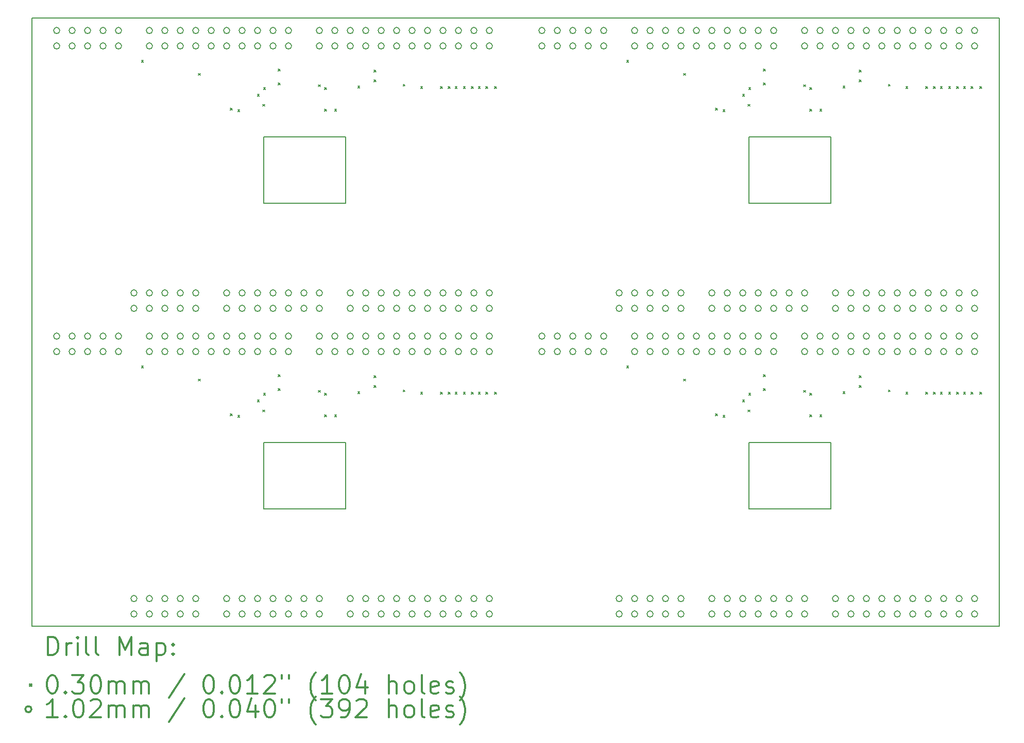
<source format=gbr>
%FSLAX45Y45*%
G04 Gerber Fmt 4.5, Leading zero omitted, Abs format (unit mm)*
G04 Created by KiCad (PCBNEW (after 2015-mar-04 BZR unknown)-product) date 2015年08月08日土曜日 23:09:26*
%MOMM*%
G01*
G04 APERTURE LIST*
%ADD10C,0.127000*%
%ADD11C,0.150000*%
%ADD12C,0.200000*%
%ADD13C,0.300000*%
G04 APERTURE END LIST*
D10*
D11*
X13512800Y0D02*
X15900400Y0D01*
X13512800Y0D02*
X9982200Y0D01*
X8229600Y0D02*
X9982200Y0D01*
X7975600Y0D02*
X8229600Y0D01*
X7772400Y0D02*
X7924800Y0D01*
X7924800Y0D02*
X7975600Y0D01*
X7772400Y0D02*
X5537200Y0D01*
X5537200Y0D02*
X2006600Y0D01*
X254000Y0D02*
X2006600Y0D01*
X0Y0D02*
X254000Y0D01*
X15900400Y4978400D02*
X15900400Y5029200D01*
X7924800Y10007600D02*
X7975600Y10007600D01*
X0Y4978400D02*
X0Y5029200D01*
X15900400Y0D02*
X15900400Y3556000D01*
X15900400Y3556000D02*
X15900400Y4826000D01*
X15900400Y4826000D02*
X15900400Y4978400D01*
X11785600Y3022600D02*
X11785600Y1930400D01*
X11785600Y1930400D02*
X13131800Y1930400D01*
X13131800Y1930400D02*
X13131800Y3022600D01*
X13131800Y3022600D02*
X11785600Y3022600D01*
X13131800Y8051800D02*
X11785600Y8051800D01*
X13131800Y6959600D02*
X13131800Y8051800D01*
X11785600Y6959600D02*
X13131800Y6959600D01*
X11785600Y8051800D02*
X11785600Y6959600D01*
X8229600Y10007600D02*
X7975600Y10007600D01*
X15900400Y10007600D02*
X15748000Y10007600D01*
X15900400Y9855200D02*
X15900400Y10007600D01*
X15900400Y8585200D02*
X15900400Y9855200D01*
X15900400Y5029200D02*
X15900400Y8585200D01*
X13665200Y10007600D02*
X15748000Y10007600D01*
X11176000Y10007600D02*
X13665200Y10007600D01*
X8229600Y10007600D02*
X11176000Y10007600D01*
X254000Y10007600D02*
X3200400Y10007600D01*
X3200400Y10007600D02*
X5689600Y10007600D01*
X5689600Y10007600D02*
X7772400Y10007600D01*
X7924800Y10007600D02*
X7772400Y10007600D01*
X254000Y10007600D02*
X0Y10007600D01*
X0Y10007600D02*
X0Y5029200D01*
X3810000Y8051800D02*
X3810000Y6959600D01*
X3810000Y6959600D02*
X5156200Y6959600D01*
X5156200Y6959600D02*
X5156200Y8051800D01*
X5156200Y8051800D02*
X3810000Y8051800D01*
X5156200Y3022600D02*
X3810000Y3022600D01*
X5156200Y1930400D02*
X5156200Y3022600D01*
X3810000Y1930400D02*
X5156200Y1930400D01*
X3810000Y3022600D02*
X3810000Y1930400D01*
X0Y4978400D02*
X0Y0D01*
D12*
X1801100Y9311400D02*
X1831100Y9281400D01*
X1831100Y9311400D02*
X1801100Y9281400D01*
X1801100Y4282200D02*
X1831100Y4252200D01*
X1831100Y4282200D02*
X1801100Y4252200D01*
X2737455Y9096015D02*
X2767455Y9066015D01*
X2767455Y9096015D02*
X2737455Y9066015D01*
X2737455Y4066815D02*
X2767455Y4036815D01*
X2767455Y4066815D02*
X2737455Y4036815D01*
X3261600Y8526540D02*
X3291600Y8496540D01*
X3291600Y8526540D02*
X3261600Y8496540D01*
X3261600Y3497340D02*
X3291600Y3467340D01*
X3291600Y3497340D02*
X3261600Y3467340D01*
X3383520Y8498600D02*
X3413520Y8468600D01*
X3413520Y8498600D02*
X3383520Y8468600D01*
X3383520Y3469400D02*
X3413520Y3439400D01*
X3413520Y3469400D02*
X3383520Y3439400D01*
X3704612Y8753652D02*
X3734612Y8723652D01*
X3734612Y8753652D02*
X3704612Y8723652D01*
X3704612Y3724452D02*
X3734612Y3694452D01*
X3734612Y3724452D02*
X3704612Y3694452D01*
X3795001Y8590040D02*
X3825001Y8560040D01*
X3825001Y8590040D02*
X3795001Y8560040D01*
X3795001Y3560840D02*
X3825001Y3530840D01*
X3825001Y3560840D02*
X3795001Y3530840D01*
X3807678Y8864812D02*
X3837678Y8834812D01*
X3837678Y8864812D02*
X3807678Y8834812D01*
X3807678Y3835612D02*
X3837678Y3805612D01*
X3837678Y3835612D02*
X3807678Y3805612D01*
X4048999Y8943100D02*
X4078999Y8913100D01*
X4078999Y8943100D02*
X4048999Y8913100D01*
X4048999Y3913900D02*
X4078999Y3883900D01*
X4078999Y3913900D02*
X4048999Y3883900D01*
X4049000Y9171700D02*
X4079000Y9141700D01*
X4079000Y9171700D02*
X4049000Y9141700D01*
X4049000Y4142500D02*
X4079000Y4112500D01*
X4079000Y4142500D02*
X4049000Y4112500D01*
X4709400Y8909602D02*
X4739400Y8879602D01*
X4739400Y8909602D02*
X4709400Y8879602D01*
X4709400Y3880402D02*
X4739400Y3850402D01*
X4739400Y3880402D02*
X4709400Y3850402D01*
X4811000Y8864360D02*
X4841000Y8834360D01*
X4841000Y8864360D02*
X4811000Y8834360D01*
X4811000Y8511300D02*
X4841000Y8481300D01*
X4841000Y8511300D02*
X4811000Y8481300D01*
X4811000Y3835160D02*
X4841000Y3805160D01*
X4841000Y3835160D02*
X4811000Y3805160D01*
X4811000Y3482100D02*
X4841000Y3452100D01*
X4841000Y3482100D02*
X4811000Y3452100D01*
X4976100Y8511300D02*
X5006100Y8481300D01*
X5006100Y8511300D02*
X4976100Y8481300D01*
X4976100Y3482100D02*
X5006100Y3452100D01*
X5006100Y3482100D02*
X4976100Y3452100D01*
X5357100Y8892301D02*
X5387100Y8862301D01*
X5387100Y8892301D02*
X5357100Y8862301D01*
X5357100Y3863101D02*
X5387100Y3833101D01*
X5387100Y3863101D02*
X5357100Y3833101D01*
X5623800Y9153920D02*
X5653800Y9123920D01*
X5653800Y9153920D02*
X5623800Y9123920D01*
X5623800Y8991360D02*
X5653800Y8961360D01*
X5653800Y8991360D02*
X5623800Y8961360D01*
X5623800Y4124720D02*
X5653800Y4094720D01*
X5653800Y4124720D02*
X5623800Y4094720D01*
X5623800Y3962160D02*
X5653800Y3932160D01*
X5653800Y3962160D02*
X5623800Y3932160D01*
X6101320Y8920240D02*
X6131320Y8890240D01*
X6131320Y8920240D02*
X6101320Y8890240D01*
X6101320Y3891040D02*
X6131320Y3861040D01*
X6131320Y3891040D02*
X6101320Y3861040D01*
X6390880Y8879600D02*
X6420880Y8849600D01*
X6420880Y8879600D02*
X6390880Y8849600D01*
X6390880Y3850400D02*
X6420880Y3820400D01*
X6420880Y3850400D02*
X6390880Y3820400D01*
X6716000Y8879600D02*
X6746000Y8849600D01*
X6746000Y8879600D02*
X6716000Y8849600D01*
X6716000Y3850400D02*
X6746000Y3820400D01*
X6746000Y3850400D02*
X6716000Y3820400D01*
X6843000Y8879600D02*
X6873000Y8849600D01*
X6873000Y8879600D02*
X6843000Y8849600D01*
X6843000Y3850400D02*
X6873000Y3820400D01*
X6873000Y3850400D02*
X6843000Y3820400D01*
X6957300Y8879600D02*
X6987300Y8849600D01*
X6987300Y8879600D02*
X6957300Y8849600D01*
X6957300Y3850400D02*
X6987300Y3820400D01*
X6987300Y3850400D02*
X6957300Y3820400D01*
X7091920Y8879600D02*
X7121920Y8849600D01*
X7121920Y8879600D02*
X7091920Y8849600D01*
X7091920Y3850400D02*
X7121920Y3820400D01*
X7121920Y3850400D02*
X7091920Y3820400D01*
X7224000Y8879600D02*
X7254000Y8849600D01*
X7254000Y8879600D02*
X7224000Y8849600D01*
X7224000Y3850400D02*
X7254000Y3820400D01*
X7254000Y3850400D02*
X7224000Y3820400D01*
X7338300Y8879600D02*
X7368300Y8849600D01*
X7368300Y8879600D02*
X7338300Y8849600D01*
X7338300Y3850400D02*
X7368300Y3820400D01*
X7368300Y3850400D02*
X7338300Y3820400D01*
X7462760Y8879600D02*
X7492760Y8849600D01*
X7492760Y8879600D02*
X7462760Y8849600D01*
X7462760Y3850400D02*
X7492760Y3820400D01*
X7492760Y3850400D02*
X7462760Y3820400D01*
X7605000Y8879600D02*
X7635000Y8849600D01*
X7635000Y8879600D02*
X7605000Y8849600D01*
X7605000Y3850400D02*
X7635000Y3820400D01*
X7635000Y3850400D02*
X7605000Y3820400D01*
X9776700Y9311400D02*
X9806700Y9281400D01*
X9806700Y9311400D02*
X9776700Y9281400D01*
X9776700Y4282200D02*
X9806700Y4252200D01*
X9806700Y4282200D02*
X9776700Y4252200D01*
X10713055Y9096015D02*
X10743055Y9066015D01*
X10743055Y9096015D02*
X10713055Y9066015D01*
X10713055Y4066815D02*
X10743055Y4036815D01*
X10743055Y4066815D02*
X10713055Y4036815D01*
X11237200Y8526540D02*
X11267200Y8496540D01*
X11267200Y8526540D02*
X11237200Y8496540D01*
X11237200Y3497340D02*
X11267200Y3467340D01*
X11267200Y3497340D02*
X11237200Y3467340D01*
X11359120Y8498600D02*
X11389120Y8468600D01*
X11389120Y8498600D02*
X11359120Y8468600D01*
X11359120Y3469400D02*
X11389120Y3439400D01*
X11389120Y3469400D02*
X11359120Y3439400D01*
X11680212Y8753652D02*
X11710212Y8723652D01*
X11710212Y8753652D02*
X11680212Y8723652D01*
X11680212Y3724452D02*
X11710212Y3694452D01*
X11710212Y3724452D02*
X11680212Y3694452D01*
X11770601Y8590040D02*
X11800601Y8560040D01*
X11800601Y8590040D02*
X11770601Y8560040D01*
X11770601Y3560840D02*
X11800601Y3530840D01*
X11800601Y3560840D02*
X11770601Y3530840D01*
X11783278Y8864812D02*
X11813278Y8834812D01*
X11813278Y8864812D02*
X11783278Y8834812D01*
X11783278Y3835612D02*
X11813278Y3805612D01*
X11813278Y3835612D02*
X11783278Y3805612D01*
X12024599Y8943100D02*
X12054599Y8913100D01*
X12054599Y8943100D02*
X12024599Y8913100D01*
X12024599Y3913900D02*
X12054599Y3883900D01*
X12054599Y3913900D02*
X12024599Y3883900D01*
X12024600Y9171700D02*
X12054600Y9141700D01*
X12054600Y9171700D02*
X12024600Y9141700D01*
X12024600Y4142500D02*
X12054600Y4112500D01*
X12054600Y4142500D02*
X12024600Y4112500D01*
X12685000Y8909602D02*
X12715000Y8879602D01*
X12715000Y8909602D02*
X12685000Y8879602D01*
X12685000Y3880402D02*
X12715000Y3850402D01*
X12715000Y3880402D02*
X12685000Y3850402D01*
X12786600Y8864360D02*
X12816600Y8834360D01*
X12816600Y8864360D02*
X12786600Y8834360D01*
X12786600Y8511300D02*
X12816600Y8481300D01*
X12816600Y8511300D02*
X12786600Y8481300D01*
X12786600Y3835160D02*
X12816600Y3805160D01*
X12816600Y3835160D02*
X12786600Y3805160D01*
X12786600Y3482100D02*
X12816600Y3452100D01*
X12816600Y3482100D02*
X12786600Y3452100D01*
X12951700Y8511300D02*
X12981700Y8481300D01*
X12981700Y8511300D02*
X12951700Y8481300D01*
X12951700Y3482100D02*
X12981700Y3452100D01*
X12981700Y3482100D02*
X12951700Y3452100D01*
X13332700Y8892301D02*
X13362700Y8862301D01*
X13362700Y8892301D02*
X13332700Y8862301D01*
X13332700Y3863101D02*
X13362700Y3833101D01*
X13362700Y3863101D02*
X13332700Y3833101D01*
X13599400Y9153920D02*
X13629400Y9123920D01*
X13629400Y9153920D02*
X13599400Y9123920D01*
X13599400Y8991360D02*
X13629400Y8961360D01*
X13629400Y8991360D02*
X13599400Y8961360D01*
X13599400Y4124720D02*
X13629400Y4094720D01*
X13629400Y4124720D02*
X13599400Y4094720D01*
X13599400Y3962160D02*
X13629400Y3932160D01*
X13629400Y3962160D02*
X13599400Y3932160D01*
X14076920Y8920240D02*
X14106920Y8890240D01*
X14106920Y8920240D02*
X14076920Y8890240D01*
X14076920Y3891040D02*
X14106920Y3861040D01*
X14106920Y3891040D02*
X14076920Y3861040D01*
X14366480Y8879600D02*
X14396480Y8849600D01*
X14396480Y8879600D02*
X14366480Y8849600D01*
X14366480Y3850400D02*
X14396480Y3820400D01*
X14396480Y3850400D02*
X14366480Y3820400D01*
X14691600Y8879600D02*
X14721600Y8849600D01*
X14721600Y8879600D02*
X14691600Y8849600D01*
X14691600Y3850400D02*
X14721600Y3820400D01*
X14721600Y3850400D02*
X14691600Y3820400D01*
X14818600Y8879600D02*
X14848600Y8849600D01*
X14848600Y8879600D02*
X14818600Y8849600D01*
X14818600Y3850400D02*
X14848600Y3820400D01*
X14848600Y3850400D02*
X14818600Y3820400D01*
X14932900Y8879600D02*
X14962900Y8849600D01*
X14962900Y8879600D02*
X14932900Y8849600D01*
X14932900Y3850400D02*
X14962900Y3820400D01*
X14962900Y3850400D02*
X14932900Y3820400D01*
X15067520Y8879600D02*
X15097520Y8849600D01*
X15097520Y8879600D02*
X15067520Y8849600D01*
X15067520Y3850400D02*
X15097520Y3820400D01*
X15097520Y3850400D02*
X15067520Y3820400D01*
X15199600Y8879600D02*
X15229600Y8849600D01*
X15229600Y8879600D02*
X15199600Y8849600D01*
X15199600Y3850400D02*
X15229600Y3820400D01*
X15229600Y3850400D02*
X15199600Y3820400D01*
X15313900Y8879600D02*
X15343900Y8849600D01*
X15343900Y8879600D02*
X15313900Y8849600D01*
X15313900Y3850400D02*
X15343900Y3820400D01*
X15343900Y3850400D02*
X15313900Y3820400D01*
X15438360Y8879600D02*
X15468360Y8849600D01*
X15468360Y8879600D02*
X15438360Y8849600D01*
X15438360Y3850400D02*
X15468360Y3820400D01*
X15468360Y3850400D02*
X15438360Y3820400D01*
X15580600Y8879600D02*
X15610600Y8849600D01*
X15610600Y8879600D02*
X15580600Y8849600D01*
X15580600Y3850400D02*
X15610600Y3820400D01*
X15610600Y3850400D02*
X15580600Y3820400D01*
X457240Y9804400D02*
G75*
G03X457240Y9804400I-50800J0D01*
G01*
X457240Y9550400D02*
G75*
G03X457240Y9550400I-50800J0D01*
G01*
X457240Y4775200D02*
G75*
G03X457240Y4775200I-50800J0D01*
G01*
X457240Y4521200D02*
G75*
G03X457240Y4521200I-50800J0D01*
G01*
X711240Y9804400D02*
G75*
G03X711240Y9804400I-50800J0D01*
G01*
X711240Y9550400D02*
G75*
G03X711240Y9550400I-50800J0D01*
G01*
X711240Y4775200D02*
G75*
G03X711240Y4775200I-50800J0D01*
G01*
X711240Y4521200D02*
G75*
G03X711240Y4521200I-50800J0D01*
G01*
X965240Y9804400D02*
G75*
G03X965240Y9804400I-50800J0D01*
G01*
X965240Y9550400D02*
G75*
G03X965240Y9550400I-50800J0D01*
G01*
X965240Y4775200D02*
G75*
G03X965240Y4775200I-50800J0D01*
G01*
X965240Y4521200D02*
G75*
G03X965240Y4521200I-50800J0D01*
G01*
X1219240Y9804400D02*
G75*
G03X1219240Y9804400I-50800J0D01*
G01*
X1219240Y9550400D02*
G75*
G03X1219240Y9550400I-50800J0D01*
G01*
X1219240Y4775200D02*
G75*
G03X1219240Y4775200I-50800J0D01*
G01*
X1219240Y4521200D02*
G75*
G03X1219240Y4521200I-50800J0D01*
G01*
X1473240Y9804400D02*
G75*
G03X1473240Y9804400I-50800J0D01*
G01*
X1473240Y9550400D02*
G75*
G03X1473240Y9550400I-50800J0D01*
G01*
X1473240Y4775200D02*
G75*
G03X1473240Y4775200I-50800J0D01*
G01*
X1473240Y4521200D02*
G75*
G03X1473240Y4521200I-50800J0D01*
G01*
X1727240Y5486420D02*
G75*
G03X1727240Y5486420I-50800J0D01*
G01*
X1727240Y5232420D02*
G75*
G03X1727240Y5232420I-50800J0D01*
G01*
X1727240Y457220D02*
G75*
G03X1727240Y457220I-50800J0D01*
G01*
X1727240Y203220D02*
G75*
G03X1727240Y203220I-50800J0D01*
G01*
X1981240Y9804400D02*
G75*
G03X1981240Y9804400I-50800J0D01*
G01*
X1981240Y9550400D02*
G75*
G03X1981240Y9550400I-50800J0D01*
G01*
X1981240Y5486420D02*
G75*
G03X1981240Y5486420I-50800J0D01*
G01*
X1981240Y5232420D02*
G75*
G03X1981240Y5232420I-50800J0D01*
G01*
X1981240Y4775200D02*
G75*
G03X1981240Y4775200I-50800J0D01*
G01*
X1981240Y4521200D02*
G75*
G03X1981240Y4521200I-50800J0D01*
G01*
X1981240Y457220D02*
G75*
G03X1981240Y457220I-50800J0D01*
G01*
X1981240Y203220D02*
G75*
G03X1981240Y203220I-50800J0D01*
G01*
X2235240Y9804400D02*
G75*
G03X2235240Y9804400I-50800J0D01*
G01*
X2235240Y9550400D02*
G75*
G03X2235240Y9550400I-50800J0D01*
G01*
X2235240Y5486420D02*
G75*
G03X2235240Y5486420I-50800J0D01*
G01*
X2235240Y5232420D02*
G75*
G03X2235240Y5232420I-50800J0D01*
G01*
X2235240Y4775200D02*
G75*
G03X2235240Y4775200I-50800J0D01*
G01*
X2235240Y4521200D02*
G75*
G03X2235240Y4521200I-50800J0D01*
G01*
X2235240Y457220D02*
G75*
G03X2235240Y457220I-50800J0D01*
G01*
X2235240Y203220D02*
G75*
G03X2235240Y203220I-50800J0D01*
G01*
X2489240Y9804400D02*
G75*
G03X2489240Y9804400I-50800J0D01*
G01*
X2489240Y9550400D02*
G75*
G03X2489240Y9550400I-50800J0D01*
G01*
X2489240Y5486420D02*
G75*
G03X2489240Y5486420I-50800J0D01*
G01*
X2489240Y5232420D02*
G75*
G03X2489240Y5232420I-50800J0D01*
G01*
X2489240Y4775200D02*
G75*
G03X2489240Y4775200I-50800J0D01*
G01*
X2489240Y4521200D02*
G75*
G03X2489240Y4521200I-50800J0D01*
G01*
X2489240Y457220D02*
G75*
G03X2489240Y457220I-50800J0D01*
G01*
X2489240Y203220D02*
G75*
G03X2489240Y203220I-50800J0D01*
G01*
X2743240Y9804400D02*
G75*
G03X2743240Y9804400I-50800J0D01*
G01*
X2743240Y9550400D02*
G75*
G03X2743240Y9550400I-50800J0D01*
G01*
X2743240Y5486420D02*
G75*
G03X2743240Y5486420I-50800J0D01*
G01*
X2743240Y5232420D02*
G75*
G03X2743240Y5232420I-50800J0D01*
G01*
X2743240Y4775200D02*
G75*
G03X2743240Y4775200I-50800J0D01*
G01*
X2743240Y4521200D02*
G75*
G03X2743240Y4521200I-50800J0D01*
G01*
X2743240Y457220D02*
G75*
G03X2743240Y457220I-50800J0D01*
G01*
X2743240Y203220D02*
G75*
G03X2743240Y203220I-50800J0D01*
G01*
X2997240Y9804400D02*
G75*
G03X2997240Y9804400I-50800J0D01*
G01*
X2997240Y9550400D02*
G75*
G03X2997240Y9550400I-50800J0D01*
G01*
X2997240Y4775200D02*
G75*
G03X2997240Y4775200I-50800J0D01*
G01*
X2997240Y4521200D02*
G75*
G03X2997240Y4521200I-50800J0D01*
G01*
X3251240Y9804400D02*
G75*
G03X3251240Y9804400I-50800J0D01*
G01*
X3251240Y9550400D02*
G75*
G03X3251240Y9550400I-50800J0D01*
G01*
X3251240Y5486420D02*
G75*
G03X3251240Y5486420I-50800J0D01*
G01*
X3251240Y5232420D02*
G75*
G03X3251240Y5232420I-50800J0D01*
G01*
X3251240Y4775200D02*
G75*
G03X3251240Y4775200I-50800J0D01*
G01*
X3251240Y4521200D02*
G75*
G03X3251240Y4521200I-50800J0D01*
G01*
X3251240Y457220D02*
G75*
G03X3251240Y457220I-50800J0D01*
G01*
X3251240Y203220D02*
G75*
G03X3251240Y203220I-50800J0D01*
G01*
X3505240Y9804400D02*
G75*
G03X3505240Y9804400I-50800J0D01*
G01*
X3505240Y9550400D02*
G75*
G03X3505240Y9550400I-50800J0D01*
G01*
X3505240Y5486420D02*
G75*
G03X3505240Y5486420I-50800J0D01*
G01*
X3505240Y5232420D02*
G75*
G03X3505240Y5232420I-50800J0D01*
G01*
X3505240Y4775200D02*
G75*
G03X3505240Y4775200I-50800J0D01*
G01*
X3505240Y4521200D02*
G75*
G03X3505240Y4521200I-50800J0D01*
G01*
X3505240Y457220D02*
G75*
G03X3505240Y457220I-50800J0D01*
G01*
X3505240Y203220D02*
G75*
G03X3505240Y203220I-50800J0D01*
G01*
X3759240Y9804400D02*
G75*
G03X3759240Y9804400I-50800J0D01*
G01*
X3759240Y9550400D02*
G75*
G03X3759240Y9550400I-50800J0D01*
G01*
X3759240Y5486420D02*
G75*
G03X3759240Y5486420I-50800J0D01*
G01*
X3759240Y5232420D02*
G75*
G03X3759240Y5232420I-50800J0D01*
G01*
X3759240Y4775200D02*
G75*
G03X3759240Y4775200I-50800J0D01*
G01*
X3759240Y4521200D02*
G75*
G03X3759240Y4521200I-50800J0D01*
G01*
X3759240Y457220D02*
G75*
G03X3759240Y457220I-50800J0D01*
G01*
X3759240Y203220D02*
G75*
G03X3759240Y203220I-50800J0D01*
G01*
X4013240Y9804400D02*
G75*
G03X4013240Y9804400I-50800J0D01*
G01*
X4013240Y9550400D02*
G75*
G03X4013240Y9550400I-50800J0D01*
G01*
X4013240Y5486420D02*
G75*
G03X4013240Y5486420I-50800J0D01*
G01*
X4013240Y5232420D02*
G75*
G03X4013240Y5232420I-50800J0D01*
G01*
X4013240Y4775200D02*
G75*
G03X4013240Y4775200I-50800J0D01*
G01*
X4013240Y4521200D02*
G75*
G03X4013240Y4521200I-50800J0D01*
G01*
X4013240Y457220D02*
G75*
G03X4013240Y457220I-50800J0D01*
G01*
X4013240Y203220D02*
G75*
G03X4013240Y203220I-50800J0D01*
G01*
X4267240Y9804400D02*
G75*
G03X4267240Y9804400I-50800J0D01*
G01*
X4267240Y9550400D02*
G75*
G03X4267240Y9550400I-50800J0D01*
G01*
X4267240Y5486420D02*
G75*
G03X4267240Y5486420I-50800J0D01*
G01*
X4267240Y5232420D02*
G75*
G03X4267240Y5232420I-50800J0D01*
G01*
X4267240Y4775200D02*
G75*
G03X4267240Y4775200I-50800J0D01*
G01*
X4267240Y4521200D02*
G75*
G03X4267240Y4521200I-50800J0D01*
G01*
X4267240Y457220D02*
G75*
G03X4267240Y457220I-50800J0D01*
G01*
X4267240Y203220D02*
G75*
G03X4267240Y203220I-50800J0D01*
G01*
X4521240Y5486420D02*
G75*
G03X4521240Y5486420I-50800J0D01*
G01*
X4521240Y5232420D02*
G75*
G03X4521240Y5232420I-50800J0D01*
G01*
X4521240Y457220D02*
G75*
G03X4521240Y457220I-50800J0D01*
G01*
X4521240Y203220D02*
G75*
G03X4521240Y203220I-50800J0D01*
G01*
X4775240Y9804400D02*
G75*
G03X4775240Y9804400I-50800J0D01*
G01*
X4775240Y9550400D02*
G75*
G03X4775240Y9550400I-50800J0D01*
G01*
X4775240Y5486420D02*
G75*
G03X4775240Y5486420I-50800J0D01*
G01*
X4775240Y5232420D02*
G75*
G03X4775240Y5232420I-50800J0D01*
G01*
X4775240Y4775200D02*
G75*
G03X4775240Y4775200I-50800J0D01*
G01*
X4775240Y4521200D02*
G75*
G03X4775240Y4521200I-50800J0D01*
G01*
X4775240Y457220D02*
G75*
G03X4775240Y457220I-50800J0D01*
G01*
X4775240Y203220D02*
G75*
G03X4775240Y203220I-50800J0D01*
G01*
X5029240Y9804400D02*
G75*
G03X5029240Y9804400I-50800J0D01*
G01*
X5029240Y9550400D02*
G75*
G03X5029240Y9550400I-50800J0D01*
G01*
X5029240Y4775200D02*
G75*
G03X5029240Y4775200I-50800J0D01*
G01*
X5029240Y4521200D02*
G75*
G03X5029240Y4521200I-50800J0D01*
G01*
X5283200Y5486400D02*
G75*
G03X5283200Y5486400I-50800J0D01*
G01*
X5283200Y5232400D02*
G75*
G03X5283200Y5232400I-50800J0D01*
G01*
X5283200Y457200D02*
G75*
G03X5283200Y457200I-50800J0D01*
G01*
X5283200Y203200D02*
G75*
G03X5283200Y203200I-50800J0D01*
G01*
X5283240Y9804400D02*
G75*
G03X5283240Y9804400I-50800J0D01*
G01*
X5283240Y9550400D02*
G75*
G03X5283240Y9550400I-50800J0D01*
G01*
X5283240Y4775200D02*
G75*
G03X5283240Y4775200I-50800J0D01*
G01*
X5283240Y4521200D02*
G75*
G03X5283240Y4521200I-50800J0D01*
G01*
X5537200Y5486400D02*
G75*
G03X5537200Y5486400I-50800J0D01*
G01*
X5537200Y5232400D02*
G75*
G03X5537200Y5232400I-50800J0D01*
G01*
X5537200Y457200D02*
G75*
G03X5537200Y457200I-50800J0D01*
G01*
X5537200Y203200D02*
G75*
G03X5537200Y203200I-50800J0D01*
G01*
X5537240Y9804400D02*
G75*
G03X5537240Y9804400I-50800J0D01*
G01*
X5537240Y9550400D02*
G75*
G03X5537240Y9550400I-50800J0D01*
G01*
X5537240Y4775200D02*
G75*
G03X5537240Y4775200I-50800J0D01*
G01*
X5537240Y4521200D02*
G75*
G03X5537240Y4521200I-50800J0D01*
G01*
X5791200Y5486400D02*
G75*
G03X5791200Y5486400I-50800J0D01*
G01*
X5791200Y5232400D02*
G75*
G03X5791200Y5232400I-50800J0D01*
G01*
X5791200Y457200D02*
G75*
G03X5791200Y457200I-50800J0D01*
G01*
X5791200Y203200D02*
G75*
G03X5791200Y203200I-50800J0D01*
G01*
X5791240Y9804400D02*
G75*
G03X5791240Y9804400I-50800J0D01*
G01*
X5791240Y9550400D02*
G75*
G03X5791240Y9550400I-50800J0D01*
G01*
X5791240Y4775200D02*
G75*
G03X5791240Y4775200I-50800J0D01*
G01*
X5791240Y4521200D02*
G75*
G03X5791240Y4521200I-50800J0D01*
G01*
X6045200Y5486400D02*
G75*
G03X6045200Y5486400I-50800J0D01*
G01*
X6045200Y5232400D02*
G75*
G03X6045200Y5232400I-50800J0D01*
G01*
X6045200Y457200D02*
G75*
G03X6045200Y457200I-50800J0D01*
G01*
X6045200Y203200D02*
G75*
G03X6045200Y203200I-50800J0D01*
G01*
X6045240Y9804400D02*
G75*
G03X6045240Y9804400I-50800J0D01*
G01*
X6045240Y9550400D02*
G75*
G03X6045240Y9550400I-50800J0D01*
G01*
X6045240Y4775200D02*
G75*
G03X6045240Y4775200I-50800J0D01*
G01*
X6045240Y4521200D02*
G75*
G03X6045240Y4521200I-50800J0D01*
G01*
X6299200Y5486400D02*
G75*
G03X6299200Y5486400I-50800J0D01*
G01*
X6299200Y5232400D02*
G75*
G03X6299200Y5232400I-50800J0D01*
G01*
X6299200Y457200D02*
G75*
G03X6299200Y457200I-50800J0D01*
G01*
X6299200Y203200D02*
G75*
G03X6299200Y203200I-50800J0D01*
G01*
X6299240Y9804400D02*
G75*
G03X6299240Y9804400I-50800J0D01*
G01*
X6299240Y9550400D02*
G75*
G03X6299240Y9550400I-50800J0D01*
G01*
X6299240Y4775200D02*
G75*
G03X6299240Y4775200I-50800J0D01*
G01*
X6299240Y4521200D02*
G75*
G03X6299240Y4521200I-50800J0D01*
G01*
X6553200Y5486400D02*
G75*
G03X6553200Y5486400I-50800J0D01*
G01*
X6553200Y5232400D02*
G75*
G03X6553200Y5232400I-50800J0D01*
G01*
X6553200Y457200D02*
G75*
G03X6553200Y457200I-50800J0D01*
G01*
X6553200Y203200D02*
G75*
G03X6553200Y203200I-50800J0D01*
G01*
X6553240Y9804400D02*
G75*
G03X6553240Y9804400I-50800J0D01*
G01*
X6553240Y9550400D02*
G75*
G03X6553240Y9550400I-50800J0D01*
G01*
X6553240Y4775200D02*
G75*
G03X6553240Y4775200I-50800J0D01*
G01*
X6553240Y4521200D02*
G75*
G03X6553240Y4521200I-50800J0D01*
G01*
X6807200Y5486400D02*
G75*
G03X6807200Y5486400I-50800J0D01*
G01*
X6807200Y5232400D02*
G75*
G03X6807200Y5232400I-50800J0D01*
G01*
X6807200Y457200D02*
G75*
G03X6807200Y457200I-50800J0D01*
G01*
X6807200Y203200D02*
G75*
G03X6807200Y203200I-50800J0D01*
G01*
X6807240Y9804400D02*
G75*
G03X6807240Y9804400I-50800J0D01*
G01*
X6807240Y9550400D02*
G75*
G03X6807240Y9550400I-50800J0D01*
G01*
X6807240Y4775200D02*
G75*
G03X6807240Y4775200I-50800J0D01*
G01*
X6807240Y4521200D02*
G75*
G03X6807240Y4521200I-50800J0D01*
G01*
X7061200Y5486400D02*
G75*
G03X7061200Y5486400I-50800J0D01*
G01*
X7061200Y5232400D02*
G75*
G03X7061200Y5232400I-50800J0D01*
G01*
X7061200Y457200D02*
G75*
G03X7061200Y457200I-50800J0D01*
G01*
X7061200Y203200D02*
G75*
G03X7061200Y203200I-50800J0D01*
G01*
X7061240Y9804400D02*
G75*
G03X7061240Y9804400I-50800J0D01*
G01*
X7061240Y9550400D02*
G75*
G03X7061240Y9550400I-50800J0D01*
G01*
X7061240Y4775200D02*
G75*
G03X7061240Y4775200I-50800J0D01*
G01*
X7061240Y4521200D02*
G75*
G03X7061240Y4521200I-50800J0D01*
G01*
X7315200Y5486400D02*
G75*
G03X7315200Y5486400I-50800J0D01*
G01*
X7315200Y5232400D02*
G75*
G03X7315200Y5232400I-50800J0D01*
G01*
X7315200Y457200D02*
G75*
G03X7315200Y457200I-50800J0D01*
G01*
X7315200Y203200D02*
G75*
G03X7315200Y203200I-50800J0D01*
G01*
X7315240Y9804400D02*
G75*
G03X7315240Y9804400I-50800J0D01*
G01*
X7315240Y9550400D02*
G75*
G03X7315240Y9550400I-50800J0D01*
G01*
X7315240Y4775200D02*
G75*
G03X7315240Y4775200I-50800J0D01*
G01*
X7315240Y4521200D02*
G75*
G03X7315240Y4521200I-50800J0D01*
G01*
X7569200Y5486400D02*
G75*
G03X7569200Y5486400I-50800J0D01*
G01*
X7569200Y5232400D02*
G75*
G03X7569200Y5232400I-50800J0D01*
G01*
X7569200Y457200D02*
G75*
G03X7569200Y457200I-50800J0D01*
G01*
X7569200Y203200D02*
G75*
G03X7569200Y203200I-50800J0D01*
G01*
X7569240Y9804400D02*
G75*
G03X7569240Y9804400I-50800J0D01*
G01*
X7569240Y9550400D02*
G75*
G03X7569240Y9550400I-50800J0D01*
G01*
X7569240Y4775200D02*
G75*
G03X7569240Y4775200I-50800J0D01*
G01*
X7569240Y4521200D02*
G75*
G03X7569240Y4521200I-50800J0D01*
G01*
X8432840Y9804400D02*
G75*
G03X8432840Y9804400I-50800J0D01*
G01*
X8432840Y9550400D02*
G75*
G03X8432840Y9550400I-50800J0D01*
G01*
X8432840Y4775200D02*
G75*
G03X8432840Y4775200I-50800J0D01*
G01*
X8432840Y4521200D02*
G75*
G03X8432840Y4521200I-50800J0D01*
G01*
X8686840Y9804400D02*
G75*
G03X8686840Y9804400I-50800J0D01*
G01*
X8686840Y9550400D02*
G75*
G03X8686840Y9550400I-50800J0D01*
G01*
X8686840Y4775200D02*
G75*
G03X8686840Y4775200I-50800J0D01*
G01*
X8686840Y4521200D02*
G75*
G03X8686840Y4521200I-50800J0D01*
G01*
X8940840Y9804400D02*
G75*
G03X8940840Y9804400I-50800J0D01*
G01*
X8940840Y9550400D02*
G75*
G03X8940840Y9550400I-50800J0D01*
G01*
X8940840Y4775200D02*
G75*
G03X8940840Y4775200I-50800J0D01*
G01*
X8940840Y4521200D02*
G75*
G03X8940840Y4521200I-50800J0D01*
G01*
X9194840Y9804400D02*
G75*
G03X9194840Y9804400I-50800J0D01*
G01*
X9194840Y9550400D02*
G75*
G03X9194840Y9550400I-50800J0D01*
G01*
X9194840Y4775200D02*
G75*
G03X9194840Y4775200I-50800J0D01*
G01*
X9194840Y4521200D02*
G75*
G03X9194840Y4521200I-50800J0D01*
G01*
X9448840Y9804400D02*
G75*
G03X9448840Y9804400I-50800J0D01*
G01*
X9448840Y9550400D02*
G75*
G03X9448840Y9550400I-50800J0D01*
G01*
X9448840Y4775200D02*
G75*
G03X9448840Y4775200I-50800J0D01*
G01*
X9448840Y4521200D02*
G75*
G03X9448840Y4521200I-50800J0D01*
G01*
X9702840Y5486420D02*
G75*
G03X9702840Y5486420I-50800J0D01*
G01*
X9702840Y5232420D02*
G75*
G03X9702840Y5232420I-50800J0D01*
G01*
X9702840Y457220D02*
G75*
G03X9702840Y457220I-50800J0D01*
G01*
X9702840Y203220D02*
G75*
G03X9702840Y203220I-50800J0D01*
G01*
X9956840Y9804400D02*
G75*
G03X9956840Y9804400I-50800J0D01*
G01*
X9956840Y9550400D02*
G75*
G03X9956840Y9550400I-50800J0D01*
G01*
X9956840Y5486420D02*
G75*
G03X9956840Y5486420I-50800J0D01*
G01*
X9956840Y5232420D02*
G75*
G03X9956840Y5232420I-50800J0D01*
G01*
X9956840Y4775200D02*
G75*
G03X9956840Y4775200I-50800J0D01*
G01*
X9956840Y4521200D02*
G75*
G03X9956840Y4521200I-50800J0D01*
G01*
X9956840Y457220D02*
G75*
G03X9956840Y457220I-50800J0D01*
G01*
X9956840Y203220D02*
G75*
G03X9956840Y203220I-50800J0D01*
G01*
X10210840Y9804400D02*
G75*
G03X10210840Y9804400I-50800J0D01*
G01*
X10210840Y9550400D02*
G75*
G03X10210840Y9550400I-50800J0D01*
G01*
X10210840Y5486420D02*
G75*
G03X10210840Y5486420I-50800J0D01*
G01*
X10210840Y5232420D02*
G75*
G03X10210840Y5232420I-50800J0D01*
G01*
X10210840Y4775200D02*
G75*
G03X10210840Y4775200I-50800J0D01*
G01*
X10210840Y4521200D02*
G75*
G03X10210840Y4521200I-50800J0D01*
G01*
X10210840Y457220D02*
G75*
G03X10210840Y457220I-50800J0D01*
G01*
X10210840Y203220D02*
G75*
G03X10210840Y203220I-50800J0D01*
G01*
X10464840Y9804400D02*
G75*
G03X10464840Y9804400I-50800J0D01*
G01*
X10464840Y9550400D02*
G75*
G03X10464840Y9550400I-50800J0D01*
G01*
X10464840Y5486420D02*
G75*
G03X10464840Y5486420I-50800J0D01*
G01*
X10464840Y5232420D02*
G75*
G03X10464840Y5232420I-50800J0D01*
G01*
X10464840Y4775200D02*
G75*
G03X10464840Y4775200I-50800J0D01*
G01*
X10464840Y4521200D02*
G75*
G03X10464840Y4521200I-50800J0D01*
G01*
X10464840Y457220D02*
G75*
G03X10464840Y457220I-50800J0D01*
G01*
X10464840Y203220D02*
G75*
G03X10464840Y203220I-50800J0D01*
G01*
X10718840Y9804400D02*
G75*
G03X10718840Y9804400I-50800J0D01*
G01*
X10718840Y9550400D02*
G75*
G03X10718840Y9550400I-50800J0D01*
G01*
X10718840Y5486420D02*
G75*
G03X10718840Y5486420I-50800J0D01*
G01*
X10718840Y5232420D02*
G75*
G03X10718840Y5232420I-50800J0D01*
G01*
X10718840Y4775200D02*
G75*
G03X10718840Y4775200I-50800J0D01*
G01*
X10718840Y4521200D02*
G75*
G03X10718840Y4521200I-50800J0D01*
G01*
X10718840Y457220D02*
G75*
G03X10718840Y457220I-50800J0D01*
G01*
X10718840Y203220D02*
G75*
G03X10718840Y203220I-50800J0D01*
G01*
X10972840Y9804400D02*
G75*
G03X10972840Y9804400I-50800J0D01*
G01*
X10972840Y9550400D02*
G75*
G03X10972840Y9550400I-50800J0D01*
G01*
X10972840Y4775200D02*
G75*
G03X10972840Y4775200I-50800J0D01*
G01*
X10972840Y4521200D02*
G75*
G03X10972840Y4521200I-50800J0D01*
G01*
X11226840Y9804400D02*
G75*
G03X11226840Y9804400I-50800J0D01*
G01*
X11226840Y9550400D02*
G75*
G03X11226840Y9550400I-50800J0D01*
G01*
X11226840Y5486420D02*
G75*
G03X11226840Y5486420I-50800J0D01*
G01*
X11226840Y5232420D02*
G75*
G03X11226840Y5232420I-50800J0D01*
G01*
X11226840Y4775200D02*
G75*
G03X11226840Y4775200I-50800J0D01*
G01*
X11226840Y4521200D02*
G75*
G03X11226840Y4521200I-50800J0D01*
G01*
X11226840Y457220D02*
G75*
G03X11226840Y457220I-50800J0D01*
G01*
X11226840Y203220D02*
G75*
G03X11226840Y203220I-50800J0D01*
G01*
X11480840Y9804400D02*
G75*
G03X11480840Y9804400I-50800J0D01*
G01*
X11480840Y9550400D02*
G75*
G03X11480840Y9550400I-50800J0D01*
G01*
X11480840Y5486420D02*
G75*
G03X11480840Y5486420I-50800J0D01*
G01*
X11480840Y5232420D02*
G75*
G03X11480840Y5232420I-50800J0D01*
G01*
X11480840Y4775200D02*
G75*
G03X11480840Y4775200I-50800J0D01*
G01*
X11480840Y4521200D02*
G75*
G03X11480840Y4521200I-50800J0D01*
G01*
X11480840Y457220D02*
G75*
G03X11480840Y457220I-50800J0D01*
G01*
X11480840Y203220D02*
G75*
G03X11480840Y203220I-50800J0D01*
G01*
X11734840Y9804400D02*
G75*
G03X11734840Y9804400I-50800J0D01*
G01*
X11734840Y9550400D02*
G75*
G03X11734840Y9550400I-50800J0D01*
G01*
X11734840Y5486420D02*
G75*
G03X11734840Y5486420I-50800J0D01*
G01*
X11734840Y5232420D02*
G75*
G03X11734840Y5232420I-50800J0D01*
G01*
X11734840Y4775200D02*
G75*
G03X11734840Y4775200I-50800J0D01*
G01*
X11734840Y4521200D02*
G75*
G03X11734840Y4521200I-50800J0D01*
G01*
X11734840Y457220D02*
G75*
G03X11734840Y457220I-50800J0D01*
G01*
X11734840Y203220D02*
G75*
G03X11734840Y203220I-50800J0D01*
G01*
X11988840Y9804400D02*
G75*
G03X11988840Y9804400I-50800J0D01*
G01*
X11988840Y9550400D02*
G75*
G03X11988840Y9550400I-50800J0D01*
G01*
X11988840Y5486420D02*
G75*
G03X11988840Y5486420I-50800J0D01*
G01*
X11988840Y5232420D02*
G75*
G03X11988840Y5232420I-50800J0D01*
G01*
X11988840Y4775200D02*
G75*
G03X11988840Y4775200I-50800J0D01*
G01*
X11988840Y4521200D02*
G75*
G03X11988840Y4521200I-50800J0D01*
G01*
X11988840Y457220D02*
G75*
G03X11988840Y457220I-50800J0D01*
G01*
X11988840Y203220D02*
G75*
G03X11988840Y203220I-50800J0D01*
G01*
X12242840Y9804400D02*
G75*
G03X12242840Y9804400I-50800J0D01*
G01*
X12242840Y9550400D02*
G75*
G03X12242840Y9550400I-50800J0D01*
G01*
X12242840Y5486420D02*
G75*
G03X12242840Y5486420I-50800J0D01*
G01*
X12242840Y5232420D02*
G75*
G03X12242840Y5232420I-50800J0D01*
G01*
X12242840Y4775200D02*
G75*
G03X12242840Y4775200I-50800J0D01*
G01*
X12242840Y4521200D02*
G75*
G03X12242840Y4521200I-50800J0D01*
G01*
X12242840Y457220D02*
G75*
G03X12242840Y457220I-50800J0D01*
G01*
X12242840Y203220D02*
G75*
G03X12242840Y203220I-50800J0D01*
G01*
X12496840Y5486420D02*
G75*
G03X12496840Y5486420I-50800J0D01*
G01*
X12496840Y5232420D02*
G75*
G03X12496840Y5232420I-50800J0D01*
G01*
X12496840Y457220D02*
G75*
G03X12496840Y457220I-50800J0D01*
G01*
X12496840Y203220D02*
G75*
G03X12496840Y203220I-50800J0D01*
G01*
X12750840Y9804400D02*
G75*
G03X12750840Y9804400I-50800J0D01*
G01*
X12750840Y9550400D02*
G75*
G03X12750840Y9550400I-50800J0D01*
G01*
X12750840Y5486420D02*
G75*
G03X12750840Y5486420I-50800J0D01*
G01*
X12750840Y5232420D02*
G75*
G03X12750840Y5232420I-50800J0D01*
G01*
X12750840Y4775200D02*
G75*
G03X12750840Y4775200I-50800J0D01*
G01*
X12750840Y4521200D02*
G75*
G03X12750840Y4521200I-50800J0D01*
G01*
X12750840Y457220D02*
G75*
G03X12750840Y457220I-50800J0D01*
G01*
X12750840Y203220D02*
G75*
G03X12750840Y203220I-50800J0D01*
G01*
X13004840Y9804400D02*
G75*
G03X13004840Y9804400I-50800J0D01*
G01*
X13004840Y9550400D02*
G75*
G03X13004840Y9550400I-50800J0D01*
G01*
X13004840Y4775200D02*
G75*
G03X13004840Y4775200I-50800J0D01*
G01*
X13004840Y4521200D02*
G75*
G03X13004840Y4521200I-50800J0D01*
G01*
X13258800Y5486400D02*
G75*
G03X13258800Y5486400I-50800J0D01*
G01*
X13258800Y5232400D02*
G75*
G03X13258800Y5232400I-50800J0D01*
G01*
X13258800Y457200D02*
G75*
G03X13258800Y457200I-50800J0D01*
G01*
X13258800Y203200D02*
G75*
G03X13258800Y203200I-50800J0D01*
G01*
X13258840Y9804400D02*
G75*
G03X13258840Y9804400I-50800J0D01*
G01*
X13258840Y9550400D02*
G75*
G03X13258840Y9550400I-50800J0D01*
G01*
X13258840Y4775200D02*
G75*
G03X13258840Y4775200I-50800J0D01*
G01*
X13258840Y4521200D02*
G75*
G03X13258840Y4521200I-50800J0D01*
G01*
X13512800Y5486400D02*
G75*
G03X13512800Y5486400I-50800J0D01*
G01*
X13512800Y5232400D02*
G75*
G03X13512800Y5232400I-50800J0D01*
G01*
X13512800Y457200D02*
G75*
G03X13512800Y457200I-50800J0D01*
G01*
X13512800Y203200D02*
G75*
G03X13512800Y203200I-50800J0D01*
G01*
X13512840Y9804400D02*
G75*
G03X13512840Y9804400I-50800J0D01*
G01*
X13512840Y9550400D02*
G75*
G03X13512840Y9550400I-50800J0D01*
G01*
X13512840Y4775200D02*
G75*
G03X13512840Y4775200I-50800J0D01*
G01*
X13512840Y4521200D02*
G75*
G03X13512840Y4521200I-50800J0D01*
G01*
X13766800Y5486400D02*
G75*
G03X13766800Y5486400I-50800J0D01*
G01*
X13766800Y5232400D02*
G75*
G03X13766800Y5232400I-50800J0D01*
G01*
X13766800Y457200D02*
G75*
G03X13766800Y457200I-50800J0D01*
G01*
X13766800Y203200D02*
G75*
G03X13766800Y203200I-50800J0D01*
G01*
X13766840Y9804400D02*
G75*
G03X13766840Y9804400I-50800J0D01*
G01*
X13766840Y9550400D02*
G75*
G03X13766840Y9550400I-50800J0D01*
G01*
X13766840Y4775200D02*
G75*
G03X13766840Y4775200I-50800J0D01*
G01*
X13766840Y4521200D02*
G75*
G03X13766840Y4521200I-50800J0D01*
G01*
X14020800Y5486400D02*
G75*
G03X14020800Y5486400I-50800J0D01*
G01*
X14020800Y5232400D02*
G75*
G03X14020800Y5232400I-50800J0D01*
G01*
X14020800Y457200D02*
G75*
G03X14020800Y457200I-50800J0D01*
G01*
X14020800Y203200D02*
G75*
G03X14020800Y203200I-50800J0D01*
G01*
X14020840Y9804400D02*
G75*
G03X14020840Y9804400I-50800J0D01*
G01*
X14020840Y9550400D02*
G75*
G03X14020840Y9550400I-50800J0D01*
G01*
X14020840Y4775200D02*
G75*
G03X14020840Y4775200I-50800J0D01*
G01*
X14020840Y4521200D02*
G75*
G03X14020840Y4521200I-50800J0D01*
G01*
X14274800Y5486400D02*
G75*
G03X14274800Y5486400I-50800J0D01*
G01*
X14274800Y5232400D02*
G75*
G03X14274800Y5232400I-50800J0D01*
G01*
X14274800Y457200D02*
G75*
G03X14274800Y457200I-50800J0D01*
G01*
X14274800Y203200D02*
G75*
G03X14274800Y203200I-50800J0D01*
G01*
X14274840Y9804400D02*
G75*
G03X14274840Y9804400I-50800J0D01*
G01*
X14274840Y9550400D02*
G75*
G03X14274840Y9550400I-50800J0D01*
G01*
X14274840Y4775200D02*
G75*
G03X14274840Y4775200I-50800J0D01*
G01*
X14274840Y4521200D02*
G75*
G03X14274840Y4521200I-50800J0D01*
G01*
X14528800Y5486400D02*
G75*
G03X14528800Y5486400I-50800J0D01*
G01*
X14528800Y5232400D02*
G75*
G03X14528800Y5232400I-50800J0D01*
G01*
X14528800Y457200D02*
G75*
G03X14528800Y457200I-50800J0D01*
G01*
X14528800Y203200D02*
G75*
G03X14528800Y203200I-50800J0D01*
G01*
X14528840Y9804400D02*
G75*
G03X14528840Y9804400I-50800J0D01*
G01*
X14528840Y9550400D02*
G75*
G03X14528840Y9550400I-50800J0D01*
G01*
X14528840Y4775200D02*
G75*
G03X14528840Y4775200I-50800J0D01*
G01*
X14528840Y4521200D02*
G75*
G03X14528840Y4521200I-50800J0D01*
G01*
X14782800Y5486400D02*
G75*
G03X14782800Y5486400I-50800J0D01*
G01*
X14782800Y5232400D02*
G75*
G03X14782800Y5232400I-50800J0D01*
G01*
X14782800Y457200D02*
G75*
G03X14782800Y457200I-50800J0D01*
G01*
X14782800Y203200D02*
G75*
G03X14782800Y203200I-50800J0D01*
G01*
X14782840Y9804400D02*
G75*
G03X14782840Y9804400I-50800J0D01*
G01*
X14782840Y9550400D02*
G75*
G03X14782840Y9550400I-50800J0D01*
G01*
X14782840Y4775200D02*
G75*
G03X14782840Y4775200I-50800J0D01*
G01*
X14782840Y4521200D02*
G75*
G03X14782840Y4521200I-50800J0D01*
G01*
X15036800Y5486400D02*
G75*
G03X15036800Y5486400I-50800J0D01*
G01*
X15036800Y5232400D02*
G75*
G03X15036800Y5232400I-50800J0D01*
G01*
X15036800Y457200D02*
G75*
G03X15036800Y457200I-50800J0D01*
G01*
X15036800Y203200D02*
G75*
G03X15036800Y203200I-50800J0D01*
G01*
X15036840Y9804400D02*
G75*
G03X15036840Y9804400I-50800J0D01*
G01*
X15036840Y9550400D02*
G75*
G03X15036840Y9550400I-50800J0D01*
G01*
X15036840Y4775200D02*
G75*
G03X15036840Y4775200I-50800J0D01*
G01*
X15036840Y4521200D02*
G75*
G03X15036840Y4521200I-50800J0D01*
G01*
X15290800Y5486400D02*
G75*
G03X15290800Y5486400I-50800J0D01*
G01*
X15290800Y5232400D02*
G75*
G03X15290800Y5232400I-50800J0D01*
G01*
X15290800Y457200D02*
G75*
G03X15290800Y457200I-50800J0D01*
G01*
X15290800Y203200D02*
G75*
G03X15290800Y203200I-50800J0D01*
G01*
X15290840Y9804400D02*
G75*
G03X15290840Y9804400I-50800J0D01*
G01*
X15290840Y9550400D02*
G75*
G03X15290840Y9550400I-50800J0D01*
G01*
X15290840Y4775200D02*
G75*
G03X15290840Y4775200I-50800J0D01*
G01*
X15290840Y4521200D02*
G75*
G03X15290840Y4521200I-50800J0D01*
G01*
X15544800Y5486400D02*
G75*
G03X15544800Y5486400I-50800J0D01*
G01*
X15544800Y5232400D02*
G75*
G03X15544800Y5232400I-50800J0D01*
G01*
X15544800Y457200D02*
G75*
G03X15544800Y457200I-50800J0D01*
G01*
X15544800Y203200D02*
G75*
G03X15544800Y203200I-50800J0D01*
G01*
X15544840Y9804400D02*
G75*
G03X15544840Y9804400I-50800J0D01*
G01*
X15544840Y9550400D02*
G75*
G03X15544840Y9550400I-50800J0D01*
G01*
X15544840Y4775200D02*
G75*
G03X15544840Y4775200I-50800J0D01*
G01*
X15544840Y4521200D02*
G75*
G03X15544840Y4521200I-50800J0D01*
G01*
D13*
X263929Y-473214D02*
X263929Y-173214D01*
X335357Y-173214D01*
X378214Y-187500D01*
X406786Y-216071D01*
X421071Y-244643D01*
X435357Y-301786D01*
X435357Y-344643D01*
X421071Y-401786D01*
X406786Y-430357D01*
X378214Y-458929D01*
X335357Y-473214D01*
X263929Y-473214D01*
X563929Y-473214D02*
X563929Y-273214D01*
X563929Y-330357D02*
X578214Y-301786D01*
X592500Y-287500D01*
X621071Y-273214D01*
X649643Y-273214D01*
X749643Y-473214D02*
X749643Y-273214D01*
X749643Y-173214D02*
X735357Y-187500D01*
X749643Y-201786D01*
X763928Y-187500D01*
X749643Y-173214D01*
X749643Y-201786D01*
X935357Y-473214D02*
X906786Y-458929D01*
X892500Y-430357D01*
X892500Y-173214D01*
X1092500Y-473214D02*
X1063929Y-458929D01*
X1049643Y-430357D01*
X1049643Y-173214D01*
X1435357Y-473214D02*
X1435357Y-173214D01*
X1535357Y-387500D01*
X1635357Y-173214D01*
X1635357Y-473214D01*
X1906786Y-473214D02*
X1906786Y-316072D01*
X1892500Y-287500D01*
X1863928Y-273214D01*
X1806786Y-273214D01*
X1778214Y-287500D01*
X1906786Y-458929D02*
X1878214Y-473214D01*
X1806786Y-473214D01*
X1778214Y-458929D01*
X1763928Y-430357D01*
X1763928Y-401786D01*
X1778214Y-373214D01*
X1806786Y-358929D01*
X1878214Y-358929D01*
X1906786Y-344643D01*
X2049643Y-273214D02*
X2049643Y-573214D01*
X2049643Y-287500D02*
X2078214Y-273214D01*
X2135357Y-273214D01*
X2163929Y-287500D01*
X2178214Y-301786D01*
X2192500Y-330357D01*
X2192500Y-416071D01*
X2178214Y-444643D01*
X2163929Y-458929D01*
X2135357Y-473214D01*
X2078214Y-473214D01*
X2049643Y-458929D01*
X2321071Y-444643D02*
X2335357Y-458929D01*
X2321071Y-473214D01*
X2306786Y-458929D01*
X2321071Y-444643D01*
X2321071Y-473214D01*
X2321071Y-287500D02*
X2335357Y-301786D01*
X2321071Y-316072D01*
X2306786Y-301786D01*
X2321071Y-287500D01*
X2321071Y-316072D01*
X-37500Y-952500D02*
X-7500Y-982500D01*
X-7500Y-952500D02*
X-37500Y-982500D01*
X321071Y-803214D02*
X349643Y-803214D01*
X378214Y-817500D01*
X392500Y-831786D01*
X406786Y-860357D01*
X421071Y-917500D01*
X421071Y-988929D01*
X406786Y-1046071D01*
X392500Y-1074643D01*
X378214Y-1088929D01*
X349643Y-1103214D01*
X321071Y-1103214D01*
X292500Y-1088929D01*
X278214Y-1074643D01*
X263929Y-1046071D01*
X249643Y-988929D01*
X249643Y-917500D01*
X263929Y-860357D01*
X278214Y-831786D01*
X292500Y-817500D01*
X321071Y-803214D01*
X549643Y-1074643D02*
X563929Y-1088929D01*
X549643Y-1103214D01*
X535357Y-1088929D01*
X549643Y-1074643D01*
X549643Y-1103214D01*
X663928Y-803214D02*
X849643Y-803214D01*
X749643Y-917500D01*
X792500Y-917500D01*
X821071Y-931786D01*
X835357Y-946071D01*
X849643Y-974643D01*
X849643Y-1046071D01*
X835357Y-1074643D01*
X821071Y-1088929D01*
X792500Y-1103214D01*
X706786Y-1103214D01*
X678214Y-1088929D01*
X663928Y-1074643D01*
X1035357Y-803214D02*
X1063929Y-803214D01*
X1092500Y-817500D01*
X1106786Y-831786D01*
X1121071Y-860357D01*
X1135357Y-917500D01*
X1135357Y-988929D01*
X1121071Y-1046071D01*
X1106786Y-1074643D01*
X1092500Y-1088929D01*
X1063929Y-1103214D01*
X1035357Y-1103214D01*
X1006786Y-1088929D01*
X992500Y-1074643D01*
X978214Y-1046071D01*
X963928Y-988929D01*
X963928Y-917500D01*
X978214Y-860357D01*
X992500Y-831786D01*
X1006786Y-817500D01*
X1035357Y-803214D01*
X1263929Y-1103214D02*
X1263929Y-903214D01*
X1263929Y-931786D02*
X1278214Y-917500D01*
X1306786Y-903214D01*
X1349643Y-903214D01*
X1378214Y-917500D01*
X1392500Y-946071D01*
X1392500Y-1103214D01*
X1392500Y-946071D02*
X1406786Y-917500D01*
X1435357Y-903214D01*
X1478214Y-903214D01*
X1506786Y-917500D01*
X1521071Y-946071D01*
X1521071Y-1103214D01*
X1663928Y-1103214D02*
X1663928Y-903214D01*
X1663928Y-931786D02*
X1678214Y-917500D01*
X1706786Y-903214D01*
X1749643Y-903214D01*
X1778214Y-917500D01*
X1792500Y-946071D01*
X1792500Y-1103214D01*
X1792500Y-946071D02*
X1806786Y-917500D01*
X1835357Y-903214D01*
X1878214Y-903214D01*
X1906786Y-917500D01*
X1921071Y-946071D01*
X1921071Y-1103214D01*
X2506786Y-788929D02*
X2249643Y-1174643D01*
X2892500Y-803214D02*
X2921071Y-803214D01*
X2949643Y-817500D01*
X2963928Y-831786D01*
X2978214Y-860357D01*
X2992500Y-917500D01*
X2992500Y-988929D01*
X2978214Y-1046071D01*
X2963928Y-1074643D01*
X2949643Y-1088929D01*
X2921071Y-1103214D01*
X2892500Y-1103214D01*
X2863928Y-1088929D01*
X2849643Y-1074643D01*
X2835357Y-1046071D01*
X2821071Y-988929D01*
X2821071Y-917500D01*
X2835357Y-860357D01*
X2849643Y-831786D01*
X2863928Y-817500D01*
X2892500Y-803214D01*
X3121071Y-1074643D02*
X3135357Y-1088929D01*
X3121071Y-1103214D01*
X3106786Y-1088929D01*
X3121071Y-1074643D01*
X3121071Y-1103214D01*
X3321071Y-803214D02*
X3349643Y-803214D01*
X3378214Y-817500D01*
X3392500Y-831786D01*
X3406785Y-860357D01*
X3421071Y-917500D01*
X3421071Y-988929D01*
X3406785Y-1046071D01*
X3392500Y-1074643D01*
X3378214Y-1088929D01*
X3349643Y-1103214D01*
X3321071Y-1103214D01*
X3292500Y-1088929D01*
X3278214Y-1074643D01*
X3263928Y-1046071D01*
X3249643Y-988929D01*
X3249643Y-917500D01*
X3263928Y-860357D01*
X3278214Y-831786D01*
X3292500Y-817500D01*
X3321071Y-803214D01*
X3706785Y-1103214D02*
X3535357Y-1103214D01*
X3621071Y-1103214D02*
X3621071Y-803214D01*
X3592500Y-846071D01*
X3563928Y-874643D01*
X3535357Y-888929D01*
X3821071Y-831786D02*
X3835357Y-817500D01*
X3863928Y-803214D01*
X3935357Y-803214D01*
X3963928Y-817500D01*
X3978214Y-831786D01*
X3992500Y-860357D01*
X3992500Y-888929D01*
X3978214Y-931786D01*
X3806785Y-1103214D01*
X3992500Y-1103214D01*
X4106786Y-803214D02*
X4106786Y-860357D01*
X4221071Y-803214D02*
X4221071Y-860357D01*
X4663928Y-1217500D02*
X4649643Y-1203214D01*
X4621071Y-1160357D01*
X4606786Y-1131786D01*
X4592500Y-1088929D01*
X4578214Y-1017500D01*
X4578214Y-960357D01*
X4592500Y-888929D01*
X4606786Y-846071D01*
X4621071Y-817500D01*
X4649643Y-774643D01*
X4663928Y-760357D01*
X4935357Y-1103214D02*
X4763928Y-1103214D01*
X4849643Y-1103214D02*
X4849643Y-803214D01*
X4821071Y-846071D01*
X4792500Y-874643D01*
X4763928Y-888929D01*
X5121071Y-803214D02*
X5149643Y-803214D01*
X5178214Y-817500D01*
X5192500Y-831786D01*
X5206786Y-860357D01*
X5221071Y-917500D01*
X5221071Y-988929D01*
X5206786Y-1046071D01*
X5192500Y-1074643D01*
X5178214Y-1088929D01*
X5149643Y-1103214D01*
X5121071Y-1103214D01*
X5092500Y-1088929D01*
X5078214Y-1074643D01*
X5063928Y-1046071D01*
X5049643Y-988929D01*
X5049643Y-917500D01*
X5063928Y-860357D01*
X5078214Y-831786D01*
X5092500Y-817500D01*
X5121071Y-803214D01*
X5478214Y-903214D02*
X5478214Y-1103214D01*
X5406786Y-788929D02*
X5335357Y-1003214D01*
X5521071Y-1003214D01*
X5863928Y-1103214D02*
X5863928Y-803214D01*
X5992500Y-1103214D02*
X5992500Y-946071D01*
X5978214Y-917500D01*
X5949643Y-903214D01*
X5906785Y-903214D01*
X5878214Y-917500D01*
X5863928Y-931786D01*
X6178214Y-1103214D02*
X6149643Y-1088929D01*
X6135357Y-1074643D01*
X6121071Y-1046071D01*
X6121071Y-960357D01*
X6135357Y-931786D01*
X6149643Y-917500D01*
X6178214Y-903214D01*
X6221071Y-903214D01*
X6249643Y-917500D01*
X6263928Y-931786D01*
X6278214Y-960357D01*
X6278214Y-1046071D01*
X6263928Y-1074643D01*
X6249643Y-1088929D01*
X6221071Y-1103214D01*
X6178214Y-1103214D01*
X6449643Y-1103214D02*
X6421071Y-1088929D01*
X6406786Y-1060357D01*
X6406786Y-803214D01*
X6678214Y-1088929D02*
X6649643Y-1103214D01*
X6592500Y-1103214D01*
X6563928Y-1088929D01*
X6549643Y-1060357D01*
X6549643Y-946071D01*
X6563928Y-917500D01*
X6592500Y-903214D01*
X6649643Y-903214D01*
X6678214Y-917500D01*
X6692500Y-946071D01*
X6692500Y-974643D01*
X6549643Y-1003214D01*
X6806786Y-1088929D02*
X6835357Y-1103214D01*
X6892500Y-1103214D01*
X6921071Y-1088929D01*
X6935357Y-1060357D01*
X6935357Y-1046071D01*
X6921071Y-1017500D01*
X6892500Y-1003214D01*
X6849643Y-1003214D01*
X6821071Y-988929D01*
X6806786Y-960357D01*
X6806786Y-946071D01*
X6821071Y-917500D01*
X6849643Y-903214D01*
X6892500Y-903214D01*
X6921071Y-917500D01*
X7035357Y-1217500D02*
X7049643Y-1203214D01*
X7078214Y-1160357D01*
X7092500Y-1131786D01*
X7106786Y-1088929D01*
X7121071Y-1017500D01*
X7121071Y-960357D01*
X7106786Y-888929D01*
X7092500Y-846071D01*
X7078214Y-817500D01*
X7049643Y-774643D01*
X7035357Y-760357D01*
X-7500Y-1363500D02*
G75*
G03X-7500Y-1363500I-50800J0D01*
G01*
X421071Y-1499214D02*
X249643Y-1499214D01*
X335357Y-1499214D02*
X335357Y-1199214D01*
X306786Y-1242072D01*
X278214Y-1270643D01*
X249643Y-1284929D01*
X549643Y-1470643D02*
X563929Y-1484929D01*
X549643Y-1499214D01*
X535357Y-1484929D01*
X549643Y-1470643D01*
X549643Y-1499214D01*
X749643Y-1199214D02*
X778214Y-1199214D01*
X806786Y-1213500D01*
X821071Y-1227786D01*
X835357Y-1256357D01*
X849643Y-1313500D01*
X849643Y-1384929D01*
X835357Y-1442071D01*
X821071Y-1470643D01*
X806786Y-1484929D01*
X778214Y-1499214D01*
X749643Y-1499214D01*
X721071Y-1484929D01*
X706786Y-1470643D01*
X692500Y-1442071D01*
X678214Y-1384929D01*
X678214Y-1313500D01*
X692500Y-1256357D01*
X706786Y-1227786D01*
X721071Y-1213500D01*
X749643Y-1199214D01*
X963928Y-1227786D02*
X978214Y-1213500D01*
X1006786Y-1199214D01*
X1078214Y-1199214D01*
X1106786Y-1213500D01*
X1121071Y-1227786D01*
X1135357Y-1256357D01*
X1135357Y-1284929D01*
X1121071Y-1327786D01*
X949643Y-1499214D01*
X1135357Y-1499214D01*
X1263929Y-1499214D02*
X1263929Y-1299214D01*
X1263929Y-1327786D02*
X1278214Y-1313500D01*
X1306786Y-1299214D01*
X1349643Y-1299214D01*
X1378214Y-1313500D01*
X1392500Y-1342072D01*
X1392500Y-1499214D01*
X1392500Y-1342072D02*
X1406786Y-1313500D01*
X1435357Y-1299214D01*
X1478214Y-1299214D01*
X1506786Y-1313500D01*
X1521071Y-1342072D01*
X1521071Y-1499214D01*
X1663928Y-1499214D02*
X1663928Y-1299214D01*
X1663928Y-1327786D02*
X1678214Y-1313500D01*
X1706786Y-1299214D01*
X1749643Y-1299214D01*
X1778214Y-1313500D01*
X1792500Y-1342072D01*
X1792500Y-1499214D01*
X1792500Y-1342072D02*
X1806786Y-1313500D01*
X1835357Y-1299214D01*
X1878214Y-1299214D01*
X1906786Y-1313500D01*
X1921071Y-1342072D01*
X1921071Y-1499214D01*
X2506786Y-1184929D02*
X2249643Y-1570643D01*
X2892500Y-1199214D02*
X2921071Y-1199214D01*
X2949643Y-1213500D01*
X2963928Y-1227786D01*
X2978214Y-1256357D01*
X2992500Y-1313500D01*
X2992500Y-1384929D01*
X2978214Y-1442071D01*
X2963928Y-1470643D01*
X2949643Y-1484929D01*
X2921071Y-1499214D01*
X2892500Y-1499214D01*
X2863928Y-1484929D01*
X2849643Y-1470643D01*
X2835357Y-1442071D01*
X2821071Y-1384929D01*
X2821071Y-1313500D01*
X2835357Y-1256357D01*
X2849643Y-1227786D01*
X2863928Y-1213500D01*
X2892500Y-1199214D01*
X3121071Y-1470643D02*
X3135357Y-1484929D01*
X3121071Y-1499214D01*
X3106786Y-1484929D01*
X3121071Y-1470643D01*
X3121071Y-1499214D01*
X3321071Y-1199214D02*
X3349643Y-1199214D01*
X3378214Y-1213500D01*
X3392500Y-1227786D01*
X3406785Y-1256357D01*
X3421071Y-1313500D01*
X3421071Y-1384929D01*
X3406785Y-1442071D01*
X3392500Y-1470643D01*
X3378214Y-1484929D01*
X3349643Y-1499214D01*
X3321071Y-1499214D01*
X3292500Y-1484929D01*
X3278214Y-1470643D01*
X3263928Y-1442071D01*
X3249643Y-1384929D01*
X3249643Y-1313500D01*
X3263928Y-1256357D01*
X3278214Y-1227786D01*
X3292500Y-1213500D01*
X3321071Y-1199214D01*
X3678214Y-1299214D02*
X3678214Y-1499214D01*
X3606785Y-1184929D02*
X3535357Y-1399214D01*
X3721071Y-1399214D01*
X3892500Y-1199214D02*
X3921071Y-1199214D01*
X3949643Y-1213500D01*
X3963928Y-1227786D01*
X3978214Y-1256357D01*
X3992500Y-1313500D01*
X3992500Y-1384929D01*
X3978214Y-1442071D01*
X3963928Y-1470643D01*
X3949643Y-1484929D01*
X3921071Y-1499214D01*
X3892500Y-1499214D01*
X3863928Y-1484929D01*
X3849643Y-1470643D01*
X3835357Y-1442071D01*
X3821071Y-1384929D01*
X3821071Y-1313500D01*
X3835357Y-1256357D01*
X3849643Y-1227786D01*
X3863928Y-1213500D01*
X3892500Y-1199214D01*
X4106786Y-1199214D02*
X4106786Y-1256357D01*
X4221071Y-1199214D02*
X4221071Y-1256357D01*
X4663928Y-1613500D02*
X4649643Y-1599214D01*
X4621071Y-1556357D01*
X4606786Y-1527786D01*
X4592500Y-1484929D01*
X4578214Y-1413500D01*
X4578214Y-1356357D01*
X4592500Y-1284929D01*
X4606786Y-1242072D01*
X4621071Y-1213500D01*
X4649643Y-1170643D01*
X4663928Y-1156357D01*
X4749643Y-1199214D02*
X4935357Y-1199214D01*
X4835357Y-1313500D01*
X4878214Y-1313500D01*
X4906786Y-1327786D01*
X4921071Y-1342072D01*
X4935357Y-1370643D01*
X4935357Y-1442071D01*
X4921071Y-1470643D01*
X4906786Y-1484929D01*
X4878214Y-1499214D01*
X4792500Y-1499214D01*
X4763928Y-1484929D01*
X4749643Y-1470643D01*
X5078214Y-1499214D02*
X5135357Y-1499214D01*
X5163928Y-1484929D01*
X5178214Y-1470643D01*
X5206786Y-1427786D01*
X5221071Y-1370643D01*
X5221071Y-1256357D01*
X5206786Y-1227786D01*
X5192500Y-1213500D01*
X5163928Y-1199214D01*
X5106786Y-1199214D01*
X5078214Y-1213500D01*
X5063928Y-1227786D01*
X5049643Y-1256357D01*
X5049643Y-1327786D01*
X5063928Y-1356357D01*
X5078214Y-1370643D01*
X5106786Y-1384929D01*
X5163928Y-1384929D01*
X5192500Y-1370643D01*
X5206786Y-1356357D01*
X5221071Y-1327786D01*
X5335357Y-1227786D02*
X5349643Y-1213500D01*
X5378214Y-1199214D01*
X5449643Y-1199214D01*
X5478214Y-1213500D01*
X5492500Y-1227786D01*
X5506786Y-1256357D01*
X5506786Y-1284929D01*
X5492500Y-1327786D01*
X5321071Y-1499214D01*
X5506786Y-1499214D01*
X5863928Y-1499214D02*
X5863928Y-1199214D01*
X5992500Y-1499214D02*
X5992500Y-1342072D01*
X5978214Y-1313500D01*
X5949643Y-1299214D01*
X5906785Y-1299214D01*
X5878214Y-1313500D01*
X5863928Y-1327786D01*
X6178214Y-1499214D02*
X6149643Y-1484929D01*
X6135357Y-1470643D01*
X6121071Y-1442071D01*
X6121071Y-1356357D01*
X6135357Y-1327786D01*
X6149643Y-1313500D01*
X6178214Y-1299214D01*
X6221071Y-1299214D01*
X6249643Y-1313500D01*
X6263928Y-1327786D01*
X6278214Y-1356357D01*
X6278214Y-1442071D01*
X6263928Y-1470643D01*
X6249643Y-1484929D01*
X6221071Y-1499214D01*
X6178214Y-1499214D01*
X6449643Y-1499214D02*
X6421071Y-1484929D01*
X6406786Y-1456357D01*
X6406786Y-1199214D01*
X6678214Y-1484929D02*
X6649643Y-1499214D01*
X6592500Y-1499214D01*
X6563928Y-1484929D01*
X6549643Y-1456357D01*
X6549643Y-1342072D01*
X6563928Y-1313500D01*
X6592500Y-1299214D01*
X6649643Y-1299214D01*
X6678214Y-1313500D01*
X6692500Y-1342072D01*
X6692500Y-1370643D01*
X6549643Y-1399214D01*
X6806786Y-1484929D02*
X6835357Y-1499214D01*
X6892500Y-1499214D01*
X6921071Y-1484929D01*
X6935357Y-1456357D01*
X6935357Y-1442071D01*
X6921071Y-1413500D01*
X6892500Y-1399214D01*
X6849643Y-1399214D01*
X6821071Y-1384929D01*
X6806786Y-1356357D01*
X6806786Y-1342072D01*
X6821071Y-1313500D01*
X6849643Y-1299214D01*
X6892500Y-1299214D01*
X6921071Y-1313500D01*
X7035357Y-1613500D02*
X7049643Y-1599214D01*
X7078214Y-1556357D01*
X7092500Y-1527786D01*
X7106786Y-1484929D01*
X7121071Y-1413500D01*
X7121071Y-1356357D01*
X7106786Y-1284929D01*
X7092500Y-1242072D01*
X7078214Y-1213500D01*
X7049643Y-1170643D01*
X7035357Y-1156357D01*
M02*

</source>
